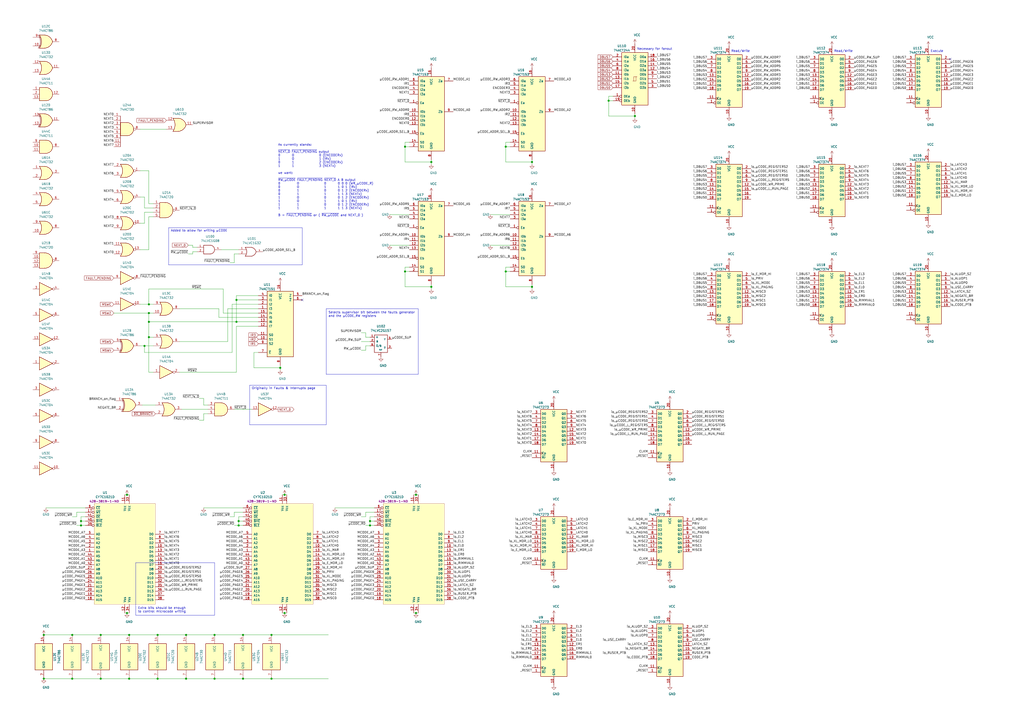
<source format=kicad_sch>
(kicad_sch (version 20200828) (generator eeschema)
  (page 2 2)
  (paper "A2")
  (junction (at 25.4 368.3) (diameter 1.016))
  (junction (at 25.4 393.7) (diameter 1.016))
  (junction (at 41.91 368.3) (diameter 1.016))
  (junction (at 41.91 393.7) (diameter 1.016))
  (junction (at 46.99 302.26) (diameter 1.016))
  (junction (at 46.99 304.8) (diameter 1.016))
  (junction (at 58.42 368.3) (diameter 1.016))
  (junction (at 58.42 393.7) (diameter 1.016))
  (junction (at 73.66 287.02) (diameter 1.016))
  (junction (at 73.66 355.6) (diameter 1.016))
  (junction (at 74.93 368.3) (diameter 1.016))
  (junction (at 74.93 393.7) (diameter 1.016))
  (junction (at 83.82 200.66) (diameter 1.016))
  (junction (at 86.36 176.53) (diameter 1.016))
  (junction (at 86.36 181.61) (diameter 1.016))
  (junction (at 86.36 186.69) (diameter 1.016))
  (junction (at 86.36 195.58) (diameter 1.016))
  (junction (at 91.44 368.3) (diameter 1.016))
  (junction (at 91.44 393.7) (diameter 1.016))
  (junction (at 107.95 368.3) (diameter 1.016))
  (junction (at 107.95 393.7) (diameter 1.016))
  (junction (at 124.46 368.3) (diameter 1.016))
  (junction (at 124.46 393.7) (diameter 1.016))
  (junction (at 137.16 173.99) (diameter 1.016))
  (junction (at 137.16 186.69) (diameter 1.016))
  (junction (at 138.43 302.26) (diameter 1.016))
  (junction (at 138.43 304.8) (diameter 1.016))
  (junction (at 140.97 368.3) (diameter 1.016))
  (junction (at 140.97 393.7) (diameter 1.016))
  (junction (at 157.48 368.3) (diameter 1.016))
  (junction (at 157.48 393.7) (diameter 1.016))
  (junction (at 162.56 213.36) (diameter 1.016))
  (junction (at 165.1 287.02) (diameter 1.016))
  (junction (at 165.1 355.6) (diameter 1.016))
  (junction (at 214.63 302.26) (diameter 1.016))
  (junction (at 214.63 304.8) (diameter 1.016))
  (junction (at 234.95 85.09) (diameter 1.016))
  (junction (at 234.95 157.48) (diameter 1.016))
  (junction (at 241.3 287.02) (diameter 1.016))
  (junction (at 241.3 355.6) (diameter 1.016))
  (junction (at 250.19 93.98) (diameter 1.016))
  (junction (at 250.19 166.37) (diameter 1.016))
  (junction (at 293.37 85.09) (diameter 1.016))
  (junction (at 293.37 157.48) (diameter 1.016))
  (junction (at 308.61 93.98) (diameter 1.016))
  (junction (at 308.61 166.37) (diameter 1.016))
  (junction (at 353.06 58.42) (diameter 1.016))
  (junction (at 368.3 67.31) (diameter 1.016))
  (no_connect (at 551.18 34.29))
  (no_connect (at 175.26 173.99))
  (wire (pts (xy 26.67 294.64) (xy 49.53 294.64)))
  (wire (pts (xy 41.91 299.72) (xy 44.45 299.72)))
  (wire (pts (xy 41.91 368.3) (xy 25.4 368.3)))
  (wire (pts (xy 41.91 393.7) (xy 25.4 393.7)))
  (wire (pts (xy 44.45 297.18) (xy 49.53 297.18)))
  (wire (pts (xy 44.45 299.72) (xy 44.45 297.18)))
  (wire (pts (xy 44.45 304.8) (xy 46.99 304.8)))
  (wire (pts (xy 46.99 299.72) (xy 46.99 302.26)))
  (wire (pts (xy 46.99 302.26) (xy 46.99 304.8)))
  (wire (pts (xy 46.99 302.26) (xy 49.53 302.26)))
  (wire (pts (xy 46.99 304.8) (xy 49.53 304.8)))
  (wire (pts (xy 49.53 299.72) (xy 46.99 299.72)))
  (wire (pts (xy 58.42 368.3) (xy 41.91 368.3)))
  (wire (pts (xy 58.42 368.3) (xy 74.93 368.3)))
  (wire (pts (xy 58.42 393.7) (xy 41.91 393.7)))
  (wire (pts (xy 58.42 393.7) (xy 74.93 393.7)))
  (wire (pts (xy 66.04 181.61) (xy 86.36 181.61)))
  (wire (pts (xy 72.39 287.02) (xy 73.66 287.02)))
  (wire (pts (xy 72.39 355.6) (xy 73.66 355.6)))
  (wire (pts (xy 73.66 287.02) (xy 74.93 287.02)))
  (wire (pts (xy 73.66 355.6) (xy 74.93 355.6)))
  (wire (pts (xy 74.93 368.3) (xy 91.44 368.3)))
  (wire (pts (xy 74.93 393.7) (xy 91.44 393.7)))
  (wire (pts (xy 81.28 74.93) (xy 96.52 74.93)))
  (wire (pts (xy 81.28 99.06) (xy 86.36 99.06)))
  (wire (pts (xy 81.28 114.3) (xy 83.82 114.3)))
  (wire (pts (xy 81.28 129.54) (xy 83.82 129.54)))
  (wire (pts (xy 81.28 176.53) (xy 86.36 176.53)))
  (wire (pts (xy 81.28 200.66) (xy 83.82 200.66)))
  (wire (pts (xy 82.55 234.95) (xy 90.17 234.95)))
  (wire (pts (xy 83.82 114.3) (xy 83.82 120.65)))
  (wire (pts (xy 83.82 120.65) (xy 88.9 120.65)))
  (wire (pts (xy 83.82 123.19) (xy 88.9 123.19)))
  (wire (pts (xy 83.82 129.54) (xy 83.82 123.19)))
  (wire (pts (xy 83.82 200.66) (xy 83.82 204.47)))
  (wire (pts (xy 83.82 200.66) (xy 88.9 200.66)))
  (wire (pts (xy 83.82 204.47) (xy 134.62 204.47)))
  (wire (pts (xy 86.36 99.06) (xy 86.36 118.11)))
  (wire (pts (xy 86.36 118.11) (xy 88.9 118.11)))
  (wire (pts (xy 86.36 125.73) (xy 86.36 144.78)))
  (wire (pts (xy 86.36 144.78) (xy 81.28 144.78)))
  (wire (pts (xy 86.36 167.64) (xy 129.54 167.64)))
  (wire (pts (xy 86.36 176.53) (xy 86.36 167.64)))
  (wire (pts (xy 86.36 176.53) (xy 88.9 176.53)))
  (wire (pts (xy 86.36 181.61) (xy 86.36 186.69)))
  (wire (pts (xy 86.36 181.61) (xy 88.9 181.61)))
  (wire (pts (xy 86.36 186.69) (xy 86.36 195.58)))
  (wire (pts (xy 86.36 186.69) (xy 137.16 186.69)))
  (wire (pts (xy 86.36 195.58) (xy 86.36 215.9)))
  (wire (pts (xy 86.36 215.9) (xy 88.9 215.9)))
  (wire (pts (xy 88.9 125.73) (xy 86.36 125.73)))
  (wire (pts (xy 88.9 195.58) (xy 86.36 195.58)))
  (wire (pts (xy 91.44 368.3) (xy 107.95 368.3)))
  (wire (pts (xy 91.44 393.7) (xy 107.95 393.7)))
  (wire (pts (xy 104.14 179.07) (xy 127 179.07)))
  (wire (pts (xy 104.14 198.12) (xy 132.08 198.12)))
  (wire (pts (xy 104.14 215.9) (xy 137.16 215.9)))
  (wire (pts (xy 105.41 237.49) (xy 120.65 237.49)))
  (wire (pts (xy 107.95 368.3) (xy 124.46 368.3)))
  (wire (pts (xy 107.95 393.7) (xy 124.46 393.7)))
  (wire (pts (xy 109.22 142.24) (xy 111.76 142.24)))
  (wire (pts (xy 109.22 147.32) (xy 111.76 147.32)))
  (wire (pts (xy 111.76 142.24) (xy 111.76 143.51)))
  (wire (pts (xy 111.76 143.51) (xy 114.3 143.51)))
  (wire (pts (xy 111.76 146.05) (xy 114.3 146.05)))
  (wire (pts (xy 111.76 147.32) (xy 111.76 146.05)))
  (wire (pts (xy 115.57 231.14) (xy 118.11 231.14)))
  (wire (pts (xy 115.57 243.84) (xy 118.11 243.84)))
  (wire (pts (xy 118.11 234.95) (xy 118.11 231.14)))
  (wire (pts (xy 118.11 234.95) (xy 120.65 234.95)))
  (wire (pts (xy 118.11 240.03) (xy 120.65 240.03)))
  (wire (pts (xy 118.11 243.84) (xy 118.11 240.03)))
  (wire (pts (xy 118.11 294.64) (xy 140.97 294.64)))
  (wire (pts (xy 124.46 368.3) (xy 140.97 368.3)))
  (wire (pts (xy 124.46 393.7) (xy 140.97 393.7)))
  (wire (pts (xy 127 179.07) (xy 127 184.15)))
  (wire (pts (xy 127 184.15) (xy 149.86 184.15)))
  (wire (pts (xy 128.27 144.78) (xy 138.43 144.78)))
  (wire (pts (xy 129.54 167.64) (xy 129.54 181.61)))
  (wire (pts (xy 129.54 181.61) (xy 149.86 181.61)))
  (wire (pts (xy 132.08 179.07) (xy 149.86 179.07)))
  (wire (pts (xy 132.08 198.12) (xy 132.08 179.07)))
  (wire (pts (xy 133.35 152.4) (xy 135.89 152.4)))
  (wire (pts (xy 133.35 299.72) (xy 135.89 299.72)))
  (wire (pts (xy 134.62 176.53) (xy 149.86 176.53)))
  (wire (pts (xy 134.62 204.47) (xy 134.62 176.53)))
  (wire (pts (xy 135.89 147.32) (xy 135.89 152.4)))
  (wire (pts (xy 135.89 237.49) (xy 146.05 237.49)))
  (wire (pts (xy 135.89 297.18) (xy 140.97 297.18)))
  (wire (pts (xy 135.89 299.72) (xy 135.89 297.18)))
  (wire (pts (xy 135.89 304.8) (xy 138.43 304.8)))
  (wire (pts (xy 137.16 171.45) (xy 137.16 173.99)))
  (wire (pts (xy 137.16 173.99) (xy 137.16 186.69)))
  (wire (pts (xy 137.16 173.99) (xy 149.86 173.99)))
  (wire (pts (xy 137.16 186.69) (xy 149.86 186.69)))
  (wire (pts (xy 137.16 189.23) (xy 149.86 189.23)))
  (wire (pts (xy 137.16 215.9) (xy 137.16 189.23)))
  (wire (pts (xy 138.43 147.32) (xy 135.89 147.32)))
  (wire (pts (xy 138.43 299.72) (xy 138.43 302.26)))
  (wire (pts (xy 138.43 302.26) (xy 138.43 304.8)))
  (wire (pts (xy 138.43 302.26) (xy 140.97 302.26)))
  (wire (pts (xy 138.43 304.8) (xy 140.97 304.8)))
  (wire (pts (xy 140.97 299.72) (xy 138.43 299.72)))
  (wire (pts (xy 140.97 368.3) (xy 157.48 368.3)))
  (wire (pts (xy 140.97 393.7) (xy 157.48 393.7)))
  (wire (pts (xy 147.32 204.47) (xy 147.32 213.36)))
  (wire (pts (xy 147.32 213.36) (xy 162.56 213.36)))
  (wire (pts (xy 149.86 171.45) (xy 137.16 171.45)))
  (wire (pts (xy 149.86 204.47) (xy 147.32 204.47)))
  (wire (pts (xy 157.48 368.3) (xy 190.5 368.3)))
  (wire (pts (xy 157.48 393.7) (xy 190.5 393.7)))
  (wire (pts (xy 162.56 212.09) (xy 162.56 213.36)))
  (wire (pts (xy 162.56 213.36) (xy 162.56 214.63)))
  (wire (pts (xy 163.83 287.02) (xy 165.1 287.02)))
  (wire (pts (xy 163.83 355.6) (xy 165.1 355.6)))
  (wire (pts (xy 165.1 287.02) (xy 166.37 287.02)))
  (wire (pts (xy 165.1 355.6) (xy 166.37 355.6)))
  (wire (pts (xy 194.31 294.64) (xy 217.17 294.64)))
  (wire (pts (xy 209.55 193.04) (xy 212.09 193.04)))
  (wire (pts (xy 209.55 198.12) (xy 214.63 198.12)))
  (wire (pts (xy 209.55 203.2) (xy 212.09 203.2)))
  (wire (pts (xy 209.55 299.72) (xy 212.09 299.72)))
  (wire (pts (xy 212.09 193.04) (xy 212.09 195.58)))
  (wire (pts (xy 212.09 195.58) (xy 214.63 195.58)))
  (wire (pts (xy 212.09 200.66) (xy 214.63 200.66)))
  (wire (pts (xy 212.09 203.2) (xy 212.09 200.66)))
  (wire (pts (xy 212.09 297.18) (xy 217.17 297.18)))
  (wire (pts (xy 212.09 299.72) (xy 212.09 297.18)))
  (wire (pts (xy 212.09 304.8) (xy 214.63 304.8)))
  (wire (pts (xy 214.63 299.72) (xy 214.63 302.26)))
  (wire (pts (xy 214.63 302.26) (xy 214.63 304.8)))
  (wire (pts (xy 214.63 302.26) (xy 217.17 302.26)))
  (wire (pts (xy 214.63 304.8) (xy 217.17 304.8)))
  (wire (pts (xy 217.17 299.72) (xy 214.63 299.72)))
  (wire (pts (xy 226.06 124.46) (xy 237.49 124.46)))
  (wire (pts (xy 226.06 142.24) (xy 237.49 142.24)))
  (wire (pts (xy 234.95 82.55) (xy 234.95 85.09)))
  (wire (pts (xy 234.95 85.09) (xy 234.95 93.98)))
  (wire (pts (xy 234.95 85.09) (xy 237.49 85.09)))
  (wire (pts (xy 234.95 93.98) (xy 250.19 93.98)))
  (wire (pts (xy 234.95 154.94) (xy 234.95 157.48)))
  (wire (pts (xy 234.95 157.48) (xy 234.95 166.37)))
  (wire (pts (xy 234.95 157.48) (xy 237.49 157.48)))
  (wire (pts (xy 234.95 166.37) (xy 250.19 166.37)))
  (wire (pts (xy 237.49 82.55) (xy 234.95 82.55)))
  (wire (pts (xy 237.49 154.94) (xy 234.95 154.94)))
  (wire (pts (xy 240.03 287.02) (xy 241.3 287.02)))
  (wire (pts (xy 240.03 355.6) (xy 241.3 355.6)))
  (wire (pts (xy 241.3 287.02) (xy 242.57 287.02)))
  (wire (pts (xy 241.3 355.6) (xy 242.57 355.6)))
  (wire (pts (xy 250.19 93.98) (xy 250.19 92.71)))
  (wire (pts (xy 250.19 95.25) (xy 250.19 93.98)))
  (wire (pts (xy 250.19 166.37) (xy 250.19 165.1)))
  (wire (pts (xy 250.19 167.64) (xy 250.19 166.37)))
  (wire (pts (xy 284.48 124.46) (xy 295.91 124.46)))
  (wire (pts (xy 284.48 142.24) (xy 295.91 142.24)))
  (wire (pts (xy 293.37 82.55) (xy 293.37 85.09)))
  (wire (pts (xy 293.37 85.09) (xy 293.37 93.98)))
  (wire (pts (xy 293.37 85.09) (xy 295.91 85.09)))
  (wire (pts (xy 293.37 93.98) (xy 308.61 93.98)))
  (wire (pts (xy 293.37 154.94) (xy 293.37 157.48)))
  (wire (pts (xy 293.37 157.48) (xy 293.37 166.37)))
  (wire (pts (xy 293.37 157.48) (xy 295.91 157.48)))
  (wire (pts (xy 293.37 166.37) (xy 308.61 166.37)))
  (wire (pts (xy 295.91 82.55) (xy 293.37 82.55)))
  (wire (pts (xy 295.91 154.94) (xy 293.37 154.94)))
  (wire (pts (xy 308.61 93.98) (xy 308.61 92.71)))
  (wire (pts (xy 308.61 95.25) (xy 308.61 93.98)))
  (wire (pts (xy 308.61 166.37) (xy 308.61 165.1)))
  (wire (pts (xy 308.61 167.64) (xy 308.61 166.37)))
  (wire (pts (xy 353.06 55.88) (xy 355.6 55.88)))
  (wire (pts (xy 353.06 58.42) (xy 353.06 55.88)))
  (wire (pts (xy 353.06 58.42) (xy 355.6 58.42)))
  (wire (pts (xy 353.06 67.31) (xy 353.06 58.42)))
  (wire (pts (xy 368.3 67.31) (xy 353.06 67.31)))
  (wire (pts (xy 368.3 67.31) (xy 368.3 66.04)))
  (wire (pts (xy 368.3 68.58) (xy 368.3 67.31)))
  (polyline (pts (xy 78.74 326.39) (xy 78.74 356.87)) (stroke (width 0) (type solid)))
  (polyline (pts (xy 78.74 326.39) (xy 124.46 326.39)) (stroke (width 0) (type solid)))
  (polyline (pts (xy 97.79 132.08) (xy 97.79 153.67)) (stroke (width 0) (type solid)))
  (polyline (pts (xy 97.79 132.08) (xy 175.26 132.08)) (stroke (width 0) (type solid)))
  (polyline (pts (xy 124.46 326.39) (xy 124.46 356.87)) (stroke (width 0) (type solid)))
  (polyline (pts (xy 124.46 356.87) (xy 78.74 356.87)) (stroke (width 0) (type solid)))
  (polyline (pts (xy 144.78 223.52) (xy 144.78 246.38)) (stroke (width 0) (type solid)))
  (polyline (pts (xy 144.78 223.52) (xy 189.23 223.52)) (stroke (width 0) (type solid)))
  (polyline (pts (xy 175.26 132.08) (xy 175.26 153.67)) (stroke (width 0) (type solid)))
  (polyline (pts (xy 175.26 153.67) (xy 97.79 153.67)) (stroke (width 0) (type solid)))
  (polyline (pts (xy 189.23 179.07) (xy 189.23 217.17)) (stroke (width 0) (type solid)))
  (polyline (pts (xy 189.23 179.07) (xy 242.57 179.07)) (stroke (width 0) (type solid)))
  (polyline (pts (xy 189.23 223.52) (xy 189.23 246.38)) (stroke (width 0) (type solid)))
  (polyline (pts (xy 189.23 246.38) (xy 144.78 246.38)) (stroke (width 0) (type solid)))
  (polyline (pts (xy 242.57 179.07) (xy 242.57 217.17)) (stroke (width 0) (type solid)))
  (polyline (pts (xy 242.57 217.17) (xy 189.23 217.17)) (stroke (width 0) (type solid)))
  (text "Extra bits should be enough\nto control microcode writing" (at 80.01 355.6 0) (effects (font (size 1.27 1.27)) (justify left bottom)))
  (text "Added to allow for writing µCODE" (at 99.06 134.62 0) (effects (font (size 1.27 1.27)) (justify left bottom)))
  (text "Originally in Faults & Interrupts page" (at 146.05 226.06 0) (effects (font (size 1.27 1.27)) (justify left bottom)))
  (text "As currently stands:\n\n~NEXT_0~ ~FAULT_PENDING~ output\n0       0               0 (ENCODERx)\n1       0               1 (IRx)\n0       1               2 (ENCODERx)\n1       1               3 (NEXTx)\n\nwe want:\n\n~RW_µCODE~ ~FAULT_PENDING~ ~NEXT_0~ A B output\n0          0               0       0 0 0 (WR_µCODE_R)\n0          0               1       1 0 1 (IRx)\n0          1               0       0 1 2 (ENCODERx)\n0          1               1       1 1 3 (NEXTx)\n1          0               0       0 1 2 (ENCODERx)    \n1          0               1       1 0 1 (IRx)\n1          1               0       0 1 2 (ENCODERx)\n1          1               1       1 1 3 (NEXTx)\n\nB = ~FAULT_PENDING~ or ( ~RW_µCODE~ and NEXT_0 )" (at 161.29 125.73 0) (effects (font (size 1.27 1.27)) (justify left bottom)))
  (text "Selects supervisor bit between the faults generator\nand the µCODE_RW registers" (at 190.5 184.15 0) (effects (font (size 1.27 1.27)) (justify left bottom)))
  (text "Necessary for fanout" (at 369.57 29.21 0) (effects (font (size 1.27 1.27)) (justify left bottom)))
  (text "Read/Write" (at 424.18 30.48 0) (effects (font (size 1.27 1.27)) (justify left bottom)))
  (text "Read/Write" (at 483.87 30.48 0) (effects (font (size 1.27 1.27)) (justify left bottom)))
  (text "Execute" (at 539.75 30.48 0) (effects (font (size 1.27 1.27)) (justify left bottom)))
  (label "~µCODE_WR~" (at 41.91 299.72 180))
  (label "~µCODE_RD~" (at 44.45 304.8 180))
  (label "MCODE_A7" (at 49.53 309.88 180))
  (label "MCODE_A6" (at 49.53 312.42 180))
  (label "MCODE_A5" (at 49.53 314.96 180))
  (label "MCODE_A4" (at 49.53 317.5 180))
  (label "MCODE_A3" (at 49.53 320.04 180))
  (label "MCODE_A2" (at 49.53 322.58 180))
  (label "MCODE_A1" (at 49.53 325.12 180))
  (label "MCODE_A0" (at 49.53 327.66 180))
  (label "µCODE_SUP" (at 49.53 330.2 180))
  (label "µCODE_PAGE6" (at 49.53 332.74 180))
  (label "µCODE_PAGE5" (at 49.53 335.28 180))
  (label "µCODE_PAGE4" (at 49.53 337.82 180))
  (label "µCODE_PAGE3" (at 49.53 340.36 180))
  (label "µCODE_PAGE2" (at 49.53 342.9 180))
  (label "µCODE_PAGE1" (at 49.53 345.44 180))
  (label "µCODE_PAGE0" (at 49.53 347.98 180))
  (label "NEXT0" (at 66.04 67.31 180))
  (label "NEXT1" (at 66.04 69.85 180))
  (label "NEXT2" (at 66.04 72.39 180))
  (label "NEXT3" (at 66.04 74.93 180))
  (label "NEXT4" (at 66.04 77.47 180))
  (label "NEXT5" (at 66.04 80.01 180))
  (label "NEXT6" (at 66.04 82.55 180))
  (label "NEXT7" (at 66.04 85.09 180))
  (label "NEXT7" (at 66.04 96.52 180))
  (label "NEXT6" (at 66.04 101.6 180))
  (label "NEXT5" (at 66.04 111.76 180))
  (label "NEXT4" (at 66.04 116.84 180))
  (label "NEXT3" (at 66.04 127 180))
  (label "NEXT2" (at 66.04 132.08 180))
  (label "NEXT1" (at 66.04 142.24 180))
  (label "NEXT0" (at 66.04 147.32 180))
  (label "BRANCH_on_flag" (at 67.31 232.41 180))
  (label "NEGATE_BR" (at 67.31 237.49 180))
  (label "~FAULT_PENDING~" (at 81.28 161.29 0))
  (label "io_NEXT7" (at 95.25 309.88 0))
  (label "io_NEXT6" (at 95.25 312.42 0))
  (label "io_NEXT5" (at 95.25 314.96 0))
  (label "io_NEXT4" (at 95.25 317.5 0))
  (label "io_NEXT3" (at 95.25 320.04 0))
  (label "io_NEXT2" (at 95.25 322.58 0))
  (label "io_NEXT1" (at 95.25 325.12 0))
  (label "io_NEXT0" (at 95.25 327.66 0))
  (label "io_µCODE_REGISTERS2" (at 95.25 330.2 0))
  (label "io_µCODE_REGISTERS1" (at 95.25 332.74 0))
  (label "io_µCODE_REGISTERS0" (at 95.25 335.28 0))
  (label "io_µCODE_L_REGISTERS" (at 95.25 337.82 0))
  (label "io_µCODE_WR_PRIME" (at 95.25 340.36 0))
  (label "io_µCODE_L_RUN_PAGE" (at 95.25 342.9 0))
  (label "~NEXT_is_0~" (at 104.14 121.92 0))
  (label "~RW_µCODE~" (at 109.22 147.32 180))
  (label "SUPERVISOR" (at 111.76 72.39 0))
  (label "~MSWZ~" (at 114.3 215.9 180))
  (label "~NEXT_is_0~" (at 115.57 231.14 180))
  (label "~FAULT_PENDING~" (at 115.57 243.84 180))
  (label "~MSWC~" (at 116.84 167.64 180))
  (label "~FAULT_PENDING~" (at 133.35 152.4 180))
  (label "~µCODE_WR~" (at 133.35 299.72 180))
  (label "~NEXT_0~" (at 135.89 237.49 0))
  (label "~µCODE_RD~" (at 135.89 304.8 180))
  (label "MCODE_A7" (at 140.97 309.88 180))
  (label "MCODE_A6" (at 140.97 312.42 180))
  (label "MCODE_A5" (at 140.97 314.96 180))
  (label "MCODE_A4" (at 140.97 317.5 180))
  (label "MCODE_A3" (at 140.97 320.04 180))
  (label "MCODE_A2" (at 140.97 322.58 180))
  (label "MCODE_A1" (at 140.97 325.12 180))
  (label "MCODE_A0" (at 140.97 327.66 180))
  (label "µCODE_SUP" (at 140.97 330.2 180))
  (label "µCODE_PAGE6" (at 140.97 332.74 180))
  (label "µCODE_PAGE5" (at 140.97 335.28 180))
  (label "µCODE_PAGE4" (at 140.97 337.82 180))
  (label "µCODE_PAGE3" (at 140.97 340.36 180))
  (label "µCODE_PAGE2" (at 140.97 342.9 180))
  (label "µCODE_PAGE1" (at 140.97 345.44 180))
  (label "µCODE_PAGE0" (at 140.97 347.98 180))
  (label "µCODE_ADDR_SEL_B" (at 152.4 146.05 0))
  (label "BRANCH_on_flag" (at 175.26 171.45 0))
  (label "io_LATCH3" (at 186.69 309.88 0))
  (label "io_LATCH2" (at 186.69 312.42 0))
  (label "io_LATCH1" (at 186.69 314.96 0))
  (label "io_LATCH0" (at 186.69 317.5 0))
  (label "io_XL_MAR" (at 186.69 320.04 0))
  (label "io_XL_MDR_LO" (at 186.69 322.58 0))
  (label "io_XL_MDR_HI" (at 186.69 325.12 0))
  (label "io_E_MDR_LO" (at 186.69 327.66 0))
  (label "io_E_MDR_HI" (at 186.69 330.2 0))
  (label "io_PRIV" (at 186.69 332.74 0))
  (label "io_XL_MODE" (at 186.69 335.28 0))
  (label "io_XL_PAGING" (at 186.69 337.82 0))
  (label "io_MISC3" (at 186.69 340.36 0))
  (label "io_MISC2" (at 186.69 342.9 0))
  (label "io_MISC1" (at 186.69 345.44 0))
  (label "io_MISC0" (at 186.69 347.98 0))
  (label "SUPERVISOR" (at 209.55 193.04 180))
  (label "µCODE_RW_SUP" (at 209.55 198.12 180))
  (label "RW_µCODE" (at 209.55 203.2 180))
  (label "~µCODE_WR~" (at 209.55 299.72 180))
  (label "~µCODE_RD~" (at 212.09 304.8 180))
  (label "MCODE_A7" (at 217.17 309.88 180))
  (label "MCODE_A6" (at 217.17 312.42 180))
  (label "MCODE_A5" (at 217.17 314.96 180))
  (label "MCODE_A4" (at 217.17 317.5 180))
  (label "MCODE_A3" (at 217.17 320.04 180))
  (label "MCODE_A2" (at 217.17 322.58 180))
  (label "MCODE_A1" (at 217.17 325.12 180))
  (label "MCODE_A0" (at 217.17 327.66 180))
  (label "µCODE_SUP" (at 217.17 330.2 180))
  (label "µCODE_PAGE6" (at 217.17 332.74 180))
  (label "µCODE_PAGE5" (at 217.17 335.28 180))
  (label "µCODE_PAGE4" (at 217.17 337.82 180))
  (label "µCODE_PAGE3" (at 217.17 340.36 180))
  (label "µCODE_PAGE2" (at 217.17 342.9 180))
  (label "µCODE_PAGE1" (at 217.17 345.44 180))
  (label "µCODE_PAGE0" (at 217.17 347.98 180))
  (label "µCODE_SUP" (at 227.33 196.85 0))
  (label "µCODE_RW_ADDR1" (at 237.49 46.99 180))
  (label "IR1" (at 237.49 49.53 180))
  (label "ENCODER1" (at 237.49 52.07 180))
  (label "NEXT1" (at 237.49 54.61 180))
  (label "~NEXT_0~" (at 237.49 59.69 180))
  (label "µCODE_RW_ADDR0" (at 237.49 64.77 180))
  (label "IR0" (at 237.49 67.31 180))
  (label "ENCODER0" (at 237.49 69.85 180))
  (label "NEXT0" (at 237.49 72.39 180))
  (label "µCODE_ADDR_SEL_B" (at 237.49 77.47 180))
  (label "µCODE_RW_ADDR5" (at 237.49 119.38 180))
  (label "IR5" (at 237.49 121.92 180))
  (label "NEXT5" (at 237.49 127 180))
  (label "~NEXT_0~" (at 237.49 132.08 180))
  (label "µCODE_RW_ADDR4" (at 237.49 137.16 180))
  (label "IR4" (at 237.49 139.7 180))
  (label "NEXT4" (at 237.49 144.78 180))
  (label "µCODE_ADDR_SEL_B" (at 237.49 149.86 180))
  (label "MCODE_A1" (at 262.89 46.99 0))
  (label "MCODE_A0" (at 262.89 64.77 0))
  (label "MCODE_A5" (at 262.89 119.38 0))
  (label "MCODE_A4" (at 262.89 137.16 0))
  (label "io_EL3" (at 262.89 309.88 0))
  (label "io_EL2" (at 262.89 312.42 0))
  (label "io_EL1" (at 262.89 314.96 0))
  (label "io_EL0" (at 262.89 317.5 0))
  (label "io_ER1" (at 262.89 320.04 0))
  (label "io_ER0" (at 262.89 322.58 0))
  (label "io_RIMMVAL1" (at 262.89 325.12 0))
  (label "io_RIMMVAL0" (at 262.89 327.66 0))
  (label "io_ALUOP_SZ" (at 262.89 330.2 0))
  (label "io_ALUOP1" (at 262.89 332.74 0))
  (label "io_ALUOP0" (at 262.89 335.28 0))
  (label "io_USE_CARRY" (at 262.89 337.82 0))
  (label "io_LATCH_SZ" (at 262.89 340.36 0))
  (label "io_NEGATE_BR" (at 262.89 342.9 0))
  (label "io_RUSER_PTB" (at 262.89 345.44 0))
  (label "io_CODE_PTB" (at 262.89 347.98 0))
  (label "µCODE_RW_ADDR3" (at 295.91 46.99 180))
  (label "IR3" (at 295.91 49.53 180))
  (label "ENCODER3" (at 295.91 52.07 180))
  (label "NEXT3" (at 295.91 54.61 180))
  (label "~NEXT_0~" (at 295.91 59.69 180))
  (label "µCODE_RW_ADDR2" (at 295.91 64.77 180))
  (label "IR2" (at 295.91 67.31 180))
  (label "NEXT2" (at 295.91 72.39 180))
  (label "µCODE_ADDR_SEL_B" (at 295.91 77.47 180))
  (label "µCODE_RW_ADDR7" (at 295.91 119.38 180))
  (label "IR7" (at 295.91 121.92 180))
  (label "NEXT7" (at 295.91 127 180))
  (label "~NEXT_0~" (at 295.91 132.08 180))
  (label "µCODE_RW_ADDR6" (at 295.91 137.16 180))
  (label "IR6" (at 295.91 139.7 180))
  (label "NEXT6" (at 295.91 144.78 180))
  (label "µCODE_ADDR_SEL_B" (at 295.91 149.86 180))
  (label "io_NEXT7" (at 308.61 240.03 180))
  (label "io_NEXT6" (at 308.61 242.57 180))
  (label "io_NEXT5" (at 308.61 245.11 180))
  (label "io_NEXT4" (at 308.61 247.65 180))
  (label "io_NEXT3" (at 308.61 250.19 180))
  (label "io_NEXT2" (at 308.61 252.73 180))
  (label "io_NEXT1" (at 308.61 255.27 180))
  (label "io_NEXT0" (at 308.61 257.81 180))
  (label "CLKM" (at 308.61 262.89 180))
  (label "_RESET" (at 308.61 265.43 180))
  (label "io_LATCH3" (at 308.61 302.26 180))
  (label "io_LATCH2" (at 308.61 304.8 180))
  (label "io_LATCH1" (at 308.61 307.34 180))
  (label "io_LATCH0" (at 308.61 309.88 180))
  (label "io_XL_MAR" (at 308.61 312.42 180))
  (label "io_XL_MDR_LO" (at 308.61 314.96 180))
  (label "io_XL_MDR_HI" (at 308.61 317.5 180))
  (label "io_E_MDR_LO" (at 308.61 320.04 180))
  (label "CLKM" (at 308.61 325.12 180))
  (label "_RESET" (at 308.61 327.66 180))
  (label "io_EL3" (at 308.61 364.49 180))
  (label "io_EL2" (at 308.61 367.03 180))
  (label "io_EL1" (at 308.61 369.57 180))
  (label "io_EL0" (at 308.61 372.11 180))
  (label "io_ER1" (at 308.61 374.65 180))
  (label "io_ER0" (at 308.61 377.19 180))
  (label "io_RIMMVAL1" (at 308.61 379.73 180))
  (label "io_RIMMVAL0" (at 308.61 382.27 180))
  (label "CLKM" (at 308.61 387.35 180))
  (label "_RESET" (at 308.61 389.89 180))
  (label "MCODE_A3" (at 321.31 46.99 0))
  (label "MCODE_A2" (at 321.31 64.77 0))
  (label "MCODE_A7" (at 321.31 119.38 0))
  (label "MCODE_A6" (at 321.31 137.16 0))
  (label "NEXT7" (at 334.01 240.03 0))
  (label "NEXT6" (at 334.01 242.57 0))
  (label "NEXT5" (at 334.01 245.11 0))
  (label "NEXT4" (at 334.01 247.65 0))
  (label "NEXT3" (at 334.01 250.19 0))
  (label "NEXT2" (at 334.01 252.73 0))
  (label "NEXT1" (at 334.01 255.27 0))
  (label "NEXT0" (at 334.01 257.81 0))
  (label "LATCH3" (at 334.01 302.26 0))
  (label "LATCH2" (at 334.01 304.8 0))
  (label "LATCH1" (at 334.01 307.34 0))
  (label "LATCH0" (at 334.01 309.88 0))
  (label "XL_MAR" (at 334.01 312.42 0))
  (label "XL_MDR_LO" (at 334.01 314.96 0))
  (label "XL_MDR_HI" (at 334.01 317.5 0))
  (label "E_MDR_LO" (at 334.01 320.04 0))
  (label "EL3" (at 334.01 364.49 0))
  (label "EL2" (at 334.01 367.03 0))
  (label "EL1" (at 334.01 369.57 0))
  (label "EL0" (at 334.01 372.11 0))
  (label "ER1" (at 334.01 374.65 0))
  (label "ER0" (at 334.01 377.19 0))
  (label "RIMMVAL1" (at 334.01 379.73 0))
  (label "RIMMVAL0" (at 334.01 382.27 0))
  (label "io_USE_CARRY" (at 363.22 372.11 180))
  (label "io_RUSER_PTB" (at 363.22 379.73 180))
  (label "io_µCODE_REGISTERS2" (at 375.92 240.03 180))
  (label "io_µCODE_REGISTERS1" (at 375.92 242.57 180))
  (label "io_µCODE_REGISTERS0" (at 375.92 245.11 180))
  (label "io_µCODE_L_REGISTERS" (at 375.92 247.65 180))
  (label "io_µCODE_WR_PRIME" (at 375.92 250.19 180))
  (label "io_µCODE_L_RUN_PAGE" (at 375.92 252.73 180))
  (label "CLKM" (at 375.92 262.89 180))
  (label "_RESET" (at 375.92 265.43 180))
  (label "io_E_MDR_HI" (at 375.92 302.26 180))
  (label "io_PRIV" (at 375.92 304.8 180))
  (label "io_XL_MODE" (at 375.92 307.34 180))
  (label "io_XL_PAGING" (at 375.92 309.88 180))
  (label "io_MISC3" (at 375.92 312.42 180))
  (label "io_MISC2" (at 375.92 314.96 180))
  (label "io_MISC1" (at 375.92 317.5 180))
  (label "io_MISC0" (at 375.92 320.04 180))
  (label "CLKM" (at 375.92 325.12 180))
  (label "_RESET" (at 375.92 327.66 180))
  (label "io_ALUOP_SZ" (at 375.92 364.49 180))
  (label "io_ALUOP1" (at 375.92 367.03 180))
  (label "io_ALUOP0" (at 375.92 369.57 180))
  (label "io_LATCH_SZ" (at 375.92 374.65 180))
  (label "io_NEGATE_BR" (at 375.92 377.19 180))
  (label "io_CODE_PTB" (at 375.92 382.27 180))
  (label "CLKM" (at 375.92 387.35 180))
  (label "_RESET" (at 375.92 389.89 180))
  (label "i_DBUS7" (at 381 33.02 0))
  (label "i_DBUS6" (at 381 35.56 0))
  (label "i_DBUS5" (at 381 38.1 0))
  (label "i_DBUS4" (at 381 40.64 0))
  (label "i_DBUS3" (at 381 43.18 0))
  (label "i_DBUS2" (at 381 45.72 0))
  (label "i_DBUS1" (at 381 48.26 0))
  (label "i_DBUS0" (at 381 50.8 0))
  (label "µCODE_REGISTERS2" (at 401.32 240.03 0))
  (label "µCODE_REGISTERS1" (at 401.32 242.57 0))
  (label "µCODE_REGISTERS0" (at 401.32 245.11 0))
  (label "µCODE_L_REGISTERS" (at 401.32 247.65 0))
  (label "µCODE_WR_PRIME" (at 401.32 250.19 0))
  (label "µCODE_L_RUN_PAGE" (at 401.32 252.73 0))
  (label "E_MDR_HI" (at 401.32 302.26 0))
  (label "PRIV" (at 401.32 304.8 0))
  (label "XL_MODE" (at 401.32 307.34 0))
  (label "XL_PAGING" (at 401.32 309.88 0))
  (label "MISC3" (at 401.32 312.42 0))
  (label "MISC2" (at 401.32 314.96 0))
  (label "MISC1" (at 401.32 317.5 0))
  (label "MISC0" (at 401.32 320.04 0))
  (label "ALUOP_SZ" (at 401.32 364.49 0))
  (label "ALUOP1" (at 401.32 367.03 0))
  (label "ALUOP0" (at 401.32 369.57 0))
  (label "USE_CARRY" (at 401.32 372.11 0))
  (label "LATCH_SZ" (at 401.32 374.65 0))
  (label "NEGATE_BR" (at 401.32 377.19 0))
  (label "RUSER_PTB" (at 401.32 379.73 0))
  (label "CODE_PTB" (at 401.32 382.27 0))
  (label "i_DBUS7" (at 410.21 34.29 180))
  (label "i_DBUS6" (at 410.21 36.83 180))
  (label "i_DBUS5" (at 410.21 39.37 180))
  (label "i_DBUS4" (at 410.21 41.91 180))
  (label "i_DBUS3" (at 410.21 44.45 180))
  (label "i_DBUS2" (at 410.21 46.99 180))
  (label "i_DBUS1" (at 410.21 49.53 180))
  (label "i_DBUS0" (at 410.21 52.07 180))
  (label "i_DBUS7" (at 410.21 97.79 180))
  (label "i_DBUS6" (at 410.21 100.33 180))
  (label "i_DBUS5" (at 410.21 102.87 180))
  (label "i_DBUS4" (at 410.21 105.41 180))
  (label "i_DBUS3" (at 410.21 107.95 180))
  (label "i_DBUS2" (at 410.21 110.49 180))
  (label "i_DBUS1" (at 410.21 113.03 180))
  (label "i_DBUS0" (at 410.21 115.57 180))
  (label "i_DBUS7" (at 410.21 160.02 180))
  (label "i_DBUS6" (at 410.21 162.56 180))
  (label "i_DBUS5" (at 410.21 165.1 180))
  (label "i_DBUS4" (at 410.21 167.64 180))
  (label "i_DBUS3" (at 410.21 170.18 180))
  (label "i_DBUS2" (at 410.21 172.72 180))
  (label "i_DBUS1" (at 410.21 175.26 180))
  (label "i_DBUS0" (at 410.21 177.8 180))
  (label "µCODE_RW_ADDR7" (at 435.61 34.29 0))
  (label "µCODE_RW_ADDR6" (at 435.61 36.83 0))
  (label "µCODE_RW_ADDR5" (at 435.61 39.37 0))
  (label "µCODE_RW_ADDR4" (at 435.61 41.91 0))
  (label "µCODE_RW_ADDR3" (at 435.61 44.45 0))
  (label "µCODE_RW_ADDR2" (at 435.61 46.99 0))
  (label "µCODE_RW_ADDR1" (at 435.61 49.53 0))
  (label "µCODE_RW_ADDR0" (at 435.61 52.07 0))
  (label "io_µCODE_REGISTERS2" (at 435.61 97.79 0))
  (label "io_µCODE_REGISTERS1" (at 435.61 100.33 0))
  (label "io_µCODE_REGISTERS0" (at 435.61 102.87 0))
  (label "io_µCODE_L_REGISTERS" (at 435.61 105.41 0))
  (label "io_µCODE_WR_PRIME" (at 435.61 107.95 0))
  (label "io_µCODE_L_RUN_PAGE" (at 435.61 110.49 0))
  (label "io_E_MDR_HI" (at 435.61 160.02 0))
  (label "io_PRIV" (at 435.61 162.56 0))
  (label "io_XL_MODE" (at 435.61 165.1 0))
  (label "io_XL_PAGING" (at 435.61 167.64 0))
  (label "io_MISC3" (at 435.61 170.18 0))
  (label "io_MISC2" (at 435.61 172.72 0))
  (label "io_MISC1" (at 435.61 175.26 0))
  (label "io_MISC0" (at 435.61 177.8 0))
  (label "i_DBUS7" (at 469.9 34.29 180))
  (label "i_DBUS6" (at 469.9 36.83 180))
  (label "i_DBUS5" (at 469.9 39.37 180))
  (label "i_DBUS4" (at 469.9 41.91 180))
  (label "i_DBUS3" (at 469.9 44.45 180))
  (label "i_DBUS2" (at 469.9 46.99 180))
  (label "i_DBUS1" (at 469.9 49.53 180))
  (label "i_DBUS0" (at 469.9 52.07 180))
  (label "i_DBUS7" (at 469.9 97.79 180))
  (label "i_DBUS6" (at 469.9 100.33 180))
  (label "i_DBUS5" (at 469.9 102.87 180))
  (label "i_DBUS4" (at 469.9 105.41 180))
  (label "i_DBUS3" (at 469.9 107.95 180))
  (label "i_DBUS2" (at 469.9 110.49 180))
  (label "i_DBUS1" (at 469.9 113.03 180))
  (label "i_DBUS0" (at 469.9 115.57 180))
  (label "i_DBUS7" (at 469.9 160.02 180))
  (label "i_DBUS6" (at 469.9 162.56 180))
  (label "i_DBUS5" (at 469.9 165.1 180))
  (label "i_DBUS4" (at 469.9 167.64 180))
  (label "i_DBUS3" (at 469.9 170.18 180))
  (label "i_DBUS2" (at 469.9 172.72 180))
  (label "i_DBUS1" (at 469.9 175.26 180))
  (label "i_DBUS0" (at 469.9 177.8 180))
  (label "µCODE_RW_SUP" (at 495.3 34.29 0))
  (label "µCODE_PAGE6" (at 495.3 36.83 0))
  (label "µCODE_PAGE5" (at 495.3 39.37 0))
  (label "µCODE_PAGE4" (at 495.3 41.91 0))
  (label "µCODE_PAGE3" (at 495.3 44.45 0))
  (label "µCODE_PAGE2" (at 495.3 46.99 0))
  (label "µCODE_PAGE1" (at 495.3 49.53 0))
  (label "µCODE_PAGE0" (at 495.3 52.07 0))
  (label "io_NEXT7" (at 495.3 97.79 0))
  (label "io_NEXT6" (at 495.3 100.33 0))
  (label "io_NEXT5" (at 495.3 102.87 0))
  (label "io_NEXT4" (at 495.3 105.41 0))
  (label "io_NEXT3" (at 495.3 107.95 0))
  (label "io_NEXT2" (at 495.3 110.49 0))
  (label "io_NEXT1" (at 495.3 113.03 0))
  (label "io_NEXT0" (at 495.3 115.57 0))
  (label "io_EL3" (at 495.3 160.02 0))
  (label "io_EL2" (at 495.3 162.56 0))
  (label "io_EL1" (at 495.3 165.1 0))
  (label "io_EL0" (at 495.3 167.64 0))
  (label "io_ER1" (at 495.3 170.18 0))
  (label "io_ER0" (at 495.3 172.72 0))
  (label "io_RIMMVAL1" (at 495.3 175.26 0))
  (label "io_RIMMVAL0" (at 495.3 177.8 0))
  (label "i_DBUS7" (at 525.78 34.29 180))
  (label "i_DBUS6" (at 525.78 36.83 180))
  (label "i_DBUS5" (at 525.78 39.37 180))
  (label "i_DBUS4" (at 525.78 41.91 180))
  (label "i_DBUS3" (at 525.78 44.45 180))
  (label "i_DBUS2" (at 525.78 46.99 180))
  (label "i_DBUS1" (at 525.78 49.53 180))
  (label "i_DBUS0" (at 525.78 52.07 180))
  (label "i_DBUS7" (at 525.78 96.52 180))
  (label "i_DBUS6" (at 525.78 99.06 180))
  (label "i_DBUS5" (at 525.78 101.6 180))
  (label "i_DBUS4" (at 525.78 104.14 180))
  (label "i_DBUS3" (at 525.78 106.68 180))
  (label "i_DBUS2" (at 525.78 109.22 180))
  (label "i_DBUS1" (at 525.78 111.76 180))
  (label "i_DBUS0" (at 525.78 114.3 180))
  (label "i_DBUS7" (at 525.78 160.02 180))
  (label "i_DBUS6" (at 525.78 162.56 180))
  (label "i_DBUS5" (at 525.78 165.1 180))
  (label "i_DBUS4" (at 525.78 167.64 180))
  (label "i_DBUS3" (at 525.78 170.18 180))
  (label "i_DBUS2" (at 525.78 172.72 180))
  (label "i_DBUS1" (at 525.78 175.26 180))
  (label "i_DBUS0" (at 525.78 177.8 180))
  (label "µCODE_PAGE6" (at 551.18 36.83 0))
  (label "µCODE_PAGE5" (at 551.18 39.37 0))
  (label "µCODE_PAGE4" (at 551.18 41.91 0))
  (label "µCODE_PAGE3" (at 551.18 44.45 0))
  (label "µCODE_PAGE2" (at 551.18 46.99 0))
  (label "µCODE_PAGE1" (at 551.18 49.53 0))
  (label "µCODE_PAGE0" (at 551.18 52.07 0))
  (label "io_LATCH3" (at 551.18 96.52 0))
  (label "io_LATCH2" (at 551.18 99.06 0))
  (label "io_LATCH1" (at 551.18 101.6 0))
  (label "io_LATCH0" (at 551.18 104.14 0))
  (label "io_XL_MAR" (at 551.18 106.68 0))
  (label "io_XL_MDR_LO" (at 551.18 109.22 0))
  (label "io_XL_MDR_HI" (at 551.18 111.76 0))
  (label "io_E_MDR_LO" (at 551.18 114.3 0))
  (label "io_ALUOP_SZ" (at 551.18 160.02 0))
  (label "io_ALUOP1" (at 551.18 162.56 0))
  (label "io_ALUOP0" (at 551.18 165.1 0))
  (label "io_USE_CARRY" (at 551.18 167.64 0))
  (label "io_LATCH_SZ" (at 551.18 170.18 0))
  (label "io_NEGATE_BR" (at 551.18 172.72 0))
  (label "io_RUSER_PTB" (at 551.18 175.26 0))
  (label "io_CODE_PTB" (at 551.18 177.8 0))
  (global_label "FAULT_PENDING" (shape input) (at 66.04 161.29 180))
  (global_label "MSWC" (shape input) (at 66.04 176.53 180))
  (global_label "MSWZ" (shape input) (at 66.04 181.61 180))
  (global_label "MSWS" (shape input) (at 66.04 198.12 180))
  (global_label "MSWV" (shape input) (at 66.04 203.2 180))
  (global_label "~DO_BRANCH~" (shape input) (at 90.17 240.03 180))
  (global_label "FAULT_PENDING" (shape input) (at 96.52 69.85 180))
  (global_label "NEXT_0" (shape input) (at 109.22 142.24 180))
  (global_label "IR3" (shape input) (at 149.86 194.31 180))
  (global_label "IR2" (shape input) (at 149.86 196.85 180))
  (global_label "IR1" (shape input) (at 149.86 199.39 180))
  (global_label "NEXT_0" (shape output) (at 161.29 237.49 0))
  (global_label "DBUS7" (shape input) (at 355.6 33.02 180))
  (global_label "DBUS6" (shape input) (at 355.6 35.56 180))
  (global_label "DBUS5" (shape input) (at 355.6 38.1 180))
  (global_label "DBUS4" (shape input) (at 355.6 40.64 180))
  (global_label "DBUS3" (shape input) (at 355.6 43.18 180))
  (global_label "DBUS2" (shape input) (at 355.6 45.72 180))
  (global_label "DBUS1" (shape input) (at 355.6 48.26 180))
  (global_label "DBUS0" (shape input) (at 355.6 50.8 180))
  (symbol (lib_id "power:VCC") (at 25.4 368.3 0) (unit 1)
    (property "Reference" "#PWR0106" (effects hide))
    (property "Value" "VCC" (at 26.67 363.22 0))
  )
  (symbol (lib_id "power:VCC") (at 73.66 287.02 0) (unit 1)
    (property "Reference" "#PWR0108" (effects hide))
    (property "Value" "VCC" (at 74.93 281.94 0))
  )
  (symbol (lib_id "power:VCC") (at 162.56 163.83 0) (unit 1)
    (property "Reference" "#PWR0109" (effects hide))
    (property "Value" "VCC" (at 163.83 158.75 0))
  )
  (symbol (lib_id "power:VCC") (at 165.1 287.02 0) (unit 1)
    (property "Reference" "#PWR0103" (effects hide))
    (property "Value" "VCC" (at 166.37 281.94 0))
  )
  (symbol (lib_id "power:VCC") (at 241.3 287.02 0) (unit 1)
    (property "Reference" "#PWR0102" (effects hide))
    (property "Value" "VCC" (at 242.57 281.94 0))
  )
  (symbol (lib_id "power:VCC") (at 250.19 39.37 0) (unit 1)
    (property "Reference" "#PWR0117" (effects hide))
    (property "Value" "VCC" (at 251.46 34.29 0))
  )
  (symbol (lib_id "power:VCC") (at 250.19 111.76 0) (unit 1)
    (property "Reference" "#PWR0111" (effects hide))
    (property "Value" "VCC" (at 251.46 106.68 0))
  )
  (symbol (lib_id "power:VCC") (at 308.61 39.37 0) (unit 1)
    (property "Reference" "#PWR0118" (effects hide))
    (property "Value" "VCC" (at 309.88 34.29 0))
  )
  (symbol (lib_id "power:VCC") (at 308.61 111.76 0) (unit 1)
    (property "Reference" "#PWR0114" (effects hide))
    (property "Value" "VCC" (at 309.88 106.68 0))
  )
  (symbol (lib_id "power:VCC") (at 321.31 232.41 0) (unit 1)
    (property "Reference" "#PWR0134" (effects hide))
    (property "Value" "VCC" (at 322.58 227.33 0))
  )
  (symbol (lib_id "power:VCC") (at 321.31 294.64 0) (unit 1)
    (property "Reference" "#PWR0137" (effects hide))
    (property "Value" "VCC" (at 322.58 289.56 0))
  )
  (symbol (lib_id "power:VCC") (at 321.31 356.87 0) (unit 1)
    (property "Reference" "#PWR0140" (effects hide))
    (property "Value" "VCC" (at 322.58 351.79 0))
  )
  (symbol (lib_id "power:VCC") (at 368.3 25.4 0) (unit 1)
    (property "Reference" "#PWR0130" (effects hide))
    (property "Value" "VCC" (at 369.57 20.32 0))
  )
  (symbol (lib_id "power:VCC") (at 388.62 232.41 0) (unit 1)
    (property "Reference" "#PWR0136" (effects hide))
    (property "Value" "VCC" (at 389.89 227.33 0))
  )
  (symbol (lib_id "power:VCC") (at 388.62 294.64 0) (unit 1)
    (property "Reference" "#PWR0138" (effects hide))
    (property "Value" "VCC" (at 389.89 289.56 0))
  )
  (symbol (lib_id "power:VCC") (at 388.62 356.87 0) (unit 1)
    (property "Reference" "#PWR0141" (effects hide))
    (property "Value" "VCC" (at 389.89 351.79 0))
  )
  (symbol (lib_id "power:VCC") (at 422.91 26.67 0) (unit 1)
    (property "Reference" "#PWR0129" (effects hide))
    (property "Value" "VCC" (at 424.18 21.59 0))
  )
  (symbol (lib_id "power:VCC") (at 422.91 90.17 0) (unit 1)
    (property "Reference" "#PWR0147" (effects hide))
    (property "Value" "VCC" (at 424.18 85.09 0))
  )
  (symbol (lib_id "power:VCC") (at 422.91 152.4 0) (unit 1)
    (property "Reference" "#PWR0149" (effects hide))
    (property "Value" "VCC" (at 424.18 147.32 0))
  )
  (symbol (lib_id "power:VCC") (at 482.6 26.67 0) (unit 1)
    (property "Reference" "#PWR0124" (effects hide))
    (property "Value" "VCC" (at 483.87 21.59 0))
  )
  (symbol (lib_id "power:VCC") (at 482.6 90.17 0) (unit 1)
    (property "Reference" "#PWR0144" (effects hide))
    (property "Value" "VCC" (at 483.87 85.09 0))
  )
  (symbol (lib_id "power:VCC") (at 482.6 152.4 0) (unit 1)
    (property "Reference" "#PWR0146" (effects hide))
    (property "Value" "VCC" (at 483.87 147.32 0))
  )
  (symbol (lib_id "power:VCC") (at 538.48 26.67 0) (unit 1)
    (property "Reference" "#PWR0125" (effects hide))
    (property "Value" "VCC" (at 539.75 21.59 0))
  )
  (symbol (lib_id "power:VCC") (at 538.48 88.9 0) (unit 1)
    (property "Reference" "#PWR0153" (effects hide))
    (property "Value" "VCC" (at 539.75 83.82 0))
  )
  (symbol (lib_id "power:VCC") (at 538.48 152.4 0) (unit 1)
    (property "Reference" "#PWR0154" (effects hide))
    (property "Value" "VCC" (at 539.75 147.32 0))
  )
  (symbol (lib_id "power:GND") (at 25.4 393.7 0) (unit 1)
    (property "Reference" "#PWR0105" (effects hide))
    (property "Value" "GND" (at 26.67 398.78 0))
  )
  (symbol (lib_id "power:GND") (at 26.67 294.64 0) (unit 1)
    (property "Reference" "#PWR0156" (effects hide))
    (property "Value" "GND" (at 26.67 298.45 0))
  )
  (symbol (lib_id "power:GND") (at 73.66 355.6 0) (unit 1)
    (property "Reference" "#PWR0107" (effects hide))
    (property "Value" "GND" (at 74.93 360.68 0))
  )
  (symbol (lib_id "power:GND") (at 118.11 294.64 0) (unit 1)
    (property "Reference" "#PWR0157" (effects hide))
    (property "Value" "GND" (at 118.11 298.45 0))
  )
  (symbol (lib_id "power:GND") (at 162.56 214.63 0) (unit 1)
    (property "Reference" "#PWR0110" (effects hide))
    (property "Value" "GND" (at 163.83 219.71 0))
  )
  (symbol (lib_id "power:GND") (at 165.1 355.6 0) (unit 1)
    (property "Reference" "#PWR0104" (effects hide))
    (property "Value" "GND" (at 166.37 360.68 0))
  )
  (symbol (lib_id "power:GND") (at 194.31 294.64 0) (unit 1)
    (property "Reference" "#PWR0158" (effects hide))
    (property "Value" "GND" (at 194.31 298.45 0))
  )
  (symbol (lib_id "power:GND") (at 220.98 207.01 0) (unit 1)
    (property "Reference" "#PWR0123" (effects hide))
    (property "Value" "GND" (at 222.25 212.09 0))
  )
  (symbol (lib_id "power:GND") (at 226.06 124.46 0) (unit 1)
    (property "Reference" "#PWR0122" (effects hide))
    (property "Value" "GND" (at 223.52 124.46 0))
  )
  (symbol (lib_id "power:GND") (at 226.06 142.24 0) (unit 1)
    (property "Reference" "#PWR0119" (effects hide))
    (property "Value" "GND" (at 223.52 142.24 0))
  )
  (symbol (lib_id "power:GND") (at 241.3 355.6 0) (unit 1)
    (property "Reference" "#PWR0101" (effects hide))
    (property "Value" "GND" (at 242.57 360.68 0))
  )
  (symbol (lib_id "power:GND") (at 250.19 95.25 0) (unit 1)
    (property "Reference" "#PWR0115" (effects hide))
    (property "Value" "GND" (at 251.46 100.33 0))
  )
  (symbol (lib_id "power:GND") (at 250.19 167.64 0) (unit 1)
    (property "Reference" "#PWR0112" (effects hide))
    (property "Value" "GND" (at 251.46 172.72 0))
  )
  (symbol (lib_id "power:GND") (at 284.48 124.46 0) (unit 1)
    (property "Reference" "#PWR0120" (effects hide))
    (property "Value" "GND" (at 281.94 124.46 0))
  )
  (symbol (lib_id "power:GND") (at 284.48 142.24 0) (unit 1)
    (property "Reference" "#PWR0121" (effects hide))
    (property "Value" "GND" (at 281.94 142.24 0))
  )
  (symbol (lib_id "power:GND") (at 308.61 95.25 0) (unit 1)
    (property "Reference" "#PWR0116" (effects hide))
    (property "Value" "GND" (at 309.88 100.33 0))
  )
  (symbol (lib_id "power:GND") (at 308.61 167.64 0) (unit 1)
    (property "Reference" "#PWR0113" (effects hide))
    (property "Value" "GND" (at 309.88 172.72 0))
  )
  (symbol (lib_id "power:GND") (at 321.31 273.05 0) (unit 1)
    (property "Reference" "#PWR0132" (effects hide))
    (property "Value" "GND" (at 322.58 278.13 0))
  )
  (symbol (lib_id "power:GND") (at 321.31 335.28 0) (unit 1)
    (property "Reference" "#PWR0133" (effects hide))
    (property "Value" "GND" (at 322.58 340.36 0))
  )
  (symbol (lib_id "power:GND") (at 321.31 397.51 0) (unit 1)
    (property "Reference" "#PWR0143" (effects hide))
    (property "Value" "GND" (at 322.58 402.59 0))
  )
  (symbol (lib_id "power:GND") (at 368.3 68.58 0) (unit 1)
    (property "Reference" "#PWR0131" (effects hide))
    (property "Value" "GND" (at 369.57 73.66 0))
  )
  (symbol (lib_id "power:GND") (at 388.62 273.05 0) (unit 1)
    (property "Reference" "#PWR0135" (effects hide))
    (property "Value" "GND" (at 389.89 278.13 0))
  )
  (symbol (lib_id "power:GND") (at 388.62 335.28 0) (unit 1)
    (property "Reference" "#PWR0139" (effects hide))
    (property "Value" "GND" (at 389.89 340.36 0))
  )
  (symbol (lib_id "power:GND") (at 388.62 397.51 0) (unit 1)
    (property "Reference" "#PWR0142" (effects hide))
    (property "Value" "GND" (at 389.89 402.59 0))
  )
  (symbol (lib_id "power:GND") (at 422.91 67.31 0) (unit 1)
    (property "Reference" "#PWR0128" (effects hide))
    (property "Value" "GND" (at 424.18 72.39 0))
  )
  (symbol (lib_id "power:GND") (at 422.91 130.81 0) (unit 1)
    (property "Reference" "#PWR0148" (effects hide))
    (property "Value" "GND" (at 424.18 135.89 0))
  )
  (symbol (lib_id "power:GND") (at 422.91 193.04 0) (unit 1)
    (property "Reference" "#PWR0150" (effects hide))
    (property "Value" "GND" (at 424.18 198.12 0))
  )
  (symbol (lib_id "power:GND") (at 482.6 67.31 0) (unit 1)
    (property "Reference" "#PWR0126" (effects hide))
    (property "Value" "GND" (at 483.87 72.39 0))
  )
  (symbol (lib_id "power:GND") (at 482.6 130.81 0) (unit 1)
    (property "Reference" "#PWR0145" (effects hide))
    (property "Value" "GND" (at 483.87 135.89 0))
  )
  (symbol (lib_id "power:GND") (at 482.6 193.04 0) (unit 1)
    (property "Reference" "#PWR0151" (effects hide))
    (property "Value" "GND" (at 483.87 198.12 0))
  )
  (symbol (lib_id "power:GND") (at 538.48 67.31 0) (unit 1)
    (property "Reference" "#PWR0127" (effects hide))
    (property "Value" "GND" (at 539.75 72.39 0))
  )
  (symbol (lib_id "power:GND") (at 538.48 129.54 0) (unit 1)
    (property "Reference" "#PWR0152" (effects hide))
    (property "Value" "GND" (at 539.75 134.62 0))
  )
  (symbol (lib_id "power:GND") (at 538.48 193.04 0) (unit 1)
    (property "Reference" "#PWR0155" (effects hide))
    (property "Value" "GND" (at 539.75 198.12 0))
  )
  (symbol (lib_id "74xGxx:74LVC1G08") (at 121.92 144.78 0) (unit 1)
    (property "Reference" "U100" (at 121.92 137.16 0))
    (property "Value" "74LVC1G08" (at 121.92 139.7 0))
    (property "Footprint" "Package_TO_SOT_SMD:SOT-23-5" (effects hide))
    (property "Datasheet" "http://www.ti.com/lit/sg/scyt129e/scyt129e.pdf" (effects hide))
  )
  (symbol (lib_id "74xGxx:74LVC1G32") (at 146.05 146.05 0) (unit 1)
    (property "Reference" "U101" (at 146.05 138.43 0))
    (property "Value" "74LVC1G32" (at 146.05 140.97 0))
    (property "Footprint" "Package_TO_SOT_SMD:SOT-23-5" (effects hide))
    (property "Datasheet" "http://www.ti.com/lit/sg/scyt129e/scyt129e.pdf" (effects hide))
  )
  (symbol (lib_id "74xx:74LS04") (at 26.67 167.64 0) (unit 2)
    (property "Reference" "U14" (at 26.67 158.75 0))
    (property "Value" "74ACT04" (at 26.67 161.29 0))
    (property "Footprint" "Package_SO:SOIC-14_3.9x8.7mm_P1.27mm" (effects hide))
    (property "Datasheet" "http://www.ti.com/lit/gpn/sn74LS04" (effects hide))
  )
  (symbol (lib_id "74xx:74LS04") (at 26.67 182.88 0) (unit 3)
    (property "Reference" "U14" (at 26.67 173.99 0))
    (property "Value" "74ACT04" (at 26.67 176.53 0))
    (property "Footprint" "Package_SO:SOIC-14_3.9x8.7mm_P1.27mm" (effects hide))
    (property "Datasheet" "http://www.ti.com/lit/gpn/sn74LS04" (effects hide))
  )
  (symbol (lib_id "74xx:74LS04") (at 26.67 196.85 0) (unit 6)
    (property "Reference" "U14" (at 26.67 187.96 0))
    (property "Value" "74ACT04" (at 26.67 190.5 0))
    (property "Footprint" "Package_SO:SOIC-14_3.9x8.7mm_P1.27mm" (effects hide))
    (property "Datasheet" "http://www.ti.com/lit/gpn/sn74LS04" (effects hide))
  )
  (symbol (lib_id "74xx:74LS04") (at 26.67 210.82 0) (unit 1)
    (property "Reference" "U53" (at 26.67 201.93 0))
    (property "Value" "74ACT04" (at 26.67 204.47 0))
    (property "Footprint" "Package_SO:SOIC-14_3.9x8.7mm_P1.27mm" (effects hide))
    (property "Datasheet" "http://www.ti.com/lit/gpn/sn74LS04" (effects hide))
  )
  (symbol (lib_id "74xx:74LS04") (at 26.67 226.06 0) (unit 2)
    (property "Reference" "U53" (at 26.67 217.17 0))
    (property "Value" "74ACT04" (at 26.67 219.71 0))
    (property "Footprint" "Package_SO:SOIC-14_3.9x8.7mm_P1.27mm" (effects hide))
    (property "Datasheet" "http://www.ti.com/lit/gpn/sn74LS04" (effects hide))
  )
  (symbol (lib_id "74xx:74LS04") (at 26.67 241.3 0) (unit 3)
    (property "Reference" "U53" (at 26.67 232.41 0))
    (property "Value" "74ACT04" (at 26.67 234.95 0))
    (property "Footprint" "Package_SO:SOIC-14_3.9x8.7mm_P1.27mm" (effects hide))
    (property "Datasheet" "http://www.ti.com/lit/gpn/sn74LS04" (effects hide))
  )
  (symbol (lib_id "74xx:74LS04") (at 26.67 256.54 0) (unit 4)
    (property "Reference" "U53" (at 26.67 247.65 0))
    (property "Value" "74ACT04" (at 26.67 250.19 0))
    (property "Footprint" "Package_SO:SOIC-14_3.9x8.7mm_P1.27mm" (effects hide))
    (property "Datasheet" "http://www.ti.com/lit/gpn/sn74LS04" (effects hide))
  )
  (symbol (lib_id "74xx:74LS04") (at 26.67 271.78 0) (unit 5)
    (property "Reference" "U53" (at 26.67 262.89 0))
    (property "Value" "74ACT04" (at 26.67 265.43 0))
    (property "Footprint" "Package_SO:SOIC-14_3.9x8.7mm_P1.27mm" (effects hide))
    (property "Datasheet" "http://www.ti.com/lit/gpn/sn74LS04" (effects hide))
  )
  (symbol (lib_id "74xx:74LS04") (at 73.66 161.29 0) (unit 4)
    (property "Reference" "U14" (at 73.66 152.4 0))
    (property "Value" "74ACT04" (at 73.66 154.94 0))
    (property "Footprint" "Package_SO:SOIC-14_3.9x8.7mm_P1.27mm" (effects hide))
    (property "Datasheet" "http://www.ti.com/lit/gpn/sn74LS04" (effects hide))
  )
  (symbol (lib_id "74xx:74LS04") (at 73.66 176.53 0) (unit 5)
    (property "Reference" "U14" (at 73.66 167.64 0))
    (property "Value" "74ACT04" (at 73.66 170.18 0))
    (property "Footprint" "Package_SO:SOIC-14_3.9x8.7mm_P1.27mm" (effects hide))
    (property "Datasheet" "http://www.ti.com/lit/gpn/sn74LS04" (effects hide))
  )
  (symbol (lib_id "74xx:74LS04") (at 96.52 215.9 0) (mirror x) (unit 1)
    (property "Reference" "U14" (at 96.52 207.01 0))
    (property "Value" "74ACT04" (at 96.52 209.55 0))
    (property "Footprint" "Package_SO:SOIC-14_3.9x8.7mm_P1.27mm" (effects hide))
    (property "Datasheet" "http://www.ti.com/lit/gpn/sn74LS04" (effects hide))
  )
  (symbol (lib_id "74xx:74LS04") (at 153.67 237.49 0) (unit 6)
    (property "Reference" "U53" (at 153.67 228.6 0))
    (property "Value" "74ACT04" (at 153.67 231.14 0))
    (property "Footprint" "Package_SO:SOIC-14_3.9x8.7mm_P1.27mm" (effects hide))
    (property "Datasheet" "http://www.ti.com/lit/gpn/sn74LS04" (effects hide))
  )
  (symbol (lib_id "74xx:74LS86") (at 26.67 24.13 0) (unit 3)
    (property "Reference" "U12" (at 26.67 15.24 0))
    (property "Value" "74ACT86" (at 26.67 17.78 0))
    (property "Footprint" "Package_SO:SOIC-14_3.9x8.7mm_P1.27mm" (effects hide))
    (property "Datasheet" "74xx/74ls86.pdf" (effects hide))
  )
  (symbol (lib_id "74xx:74LS32") (at 26.67 39.37 0) (unit 4)
    (property "Reference" "U13" (at 26.67 30.48 0))
    (property "Value" "74ACT32" (at 26.67 33.02 0))
    (property "Footprint" "Package_SO:SOIC-14_3.9x8.7mm_P1.27mm" (effects hide))
    (property "Datasheet" "http://www.ti.com/lit/gpn/sn74LS32" (effects hide))
  )
  (symbol (lib_id "74xx:74LS11") (at 26.67 54.61 0) (unit 1)
    (property "Reference" "U44" (at 26.67 45.72 0))
    (property "Value" "74ACT11" (at 26.67 48.26 0))
    (property "Footprint" "Package_SO:SOIC-14_3.9x8.7mm_P1.27mm" (effects hide))
    (property "Datasheet" "http://www.ti.com/lit/gpn/sn74LS11" (effects hide))
  )
  (symbol (lib_id "74xx:74LS86") (at 26.67 69.85 0) (unit 4)
    (property "Reference" "U12" (at 26.67 60.96 0))
    (property "Value" "74ACT86" (at 26.67 63.5 0))
    (property "Footprint" "Package_SO:SOIC-14_3.9x8.7mm_P1.27mm" (effects hide))
    (property "Datasheet" "74xx/74ls86.pdf" (effects hide))
  )
  (symbol (lib_id "74xx:74LS11") (at 26.67 85.09 0) (unit 3)
    (property "Reference" "U44" (at 26.67 76.2 0))
    (property "Value" "74ACT11" (at 26.67 78.74 0))
    (property "Footprint" "Package_SO:SOIC-14_3.9x8.7mm_P1.27mm" (effects hide))
    (property "Datasheet" "http://www.ti.com/lit/gpn/sn74LS11" (effects hide))
  )
  (symbol (lib_id "74xx:74LS32") (at 26.67 100.33 0) (unit 1)
    (property "Reference" "U61" (at 26.67 91.44 0))
    (property "Value" "74ACT32" (at 26.67 93.98 0))
    (property "Footprint" "Package_SO:SOIC-14_3.9x8.7mm_P1.27mm" (effects hide))
    (property "Datasheet" "http://www.ti.com/lit/gpn/sn74LS32" (effects hide))
  )
  (symbol (lib_id "74xx:74LS32") (at 26.67 115.57 0) (unit 2)
    (property "Reference" "U61" (at 26.67 106.68 0))
    (property "Value" "74ACT32" (at 26.67 109.22 0))
    (property "Footprint" "Package_SO:SOIC-14_3.9x8.7mm_P1.27mm" (effects hide))
    (property "Datasheet" "http://www.ti.com/lit/gpn/sn74LS32" (effects hide))
  )
  (symbol (lib_id "74xx:74LS32") (at 26.67 132.08 0) (unit 3)
    (property "Reference" "U61" (at 26.67 123.19 0))
    (property "Value" "74ACT32" (at 26.67 125.73 0))
    (property "Footprint" "Package_SO:SOIC-14_3.9x8.7mm_P1.27mm" (effects hide))
    (property "Datasheet" "http://www.ti.com/lit/gpn/sn74LS32" (effects hide))
  )
  (symbol (lib_id "74xx:74LS02") (at 73.66 99.06 0) (unit 1)
    (property "Reference" "U20" (at 73.66 90.17 0))
    (property "Value" "74ACT02" (at 73.66 92.71 0))
    (property "Footprint" "Package_SO:SOIC-14_3.9x8.7mm_P1.27mm" (effects hide))
    (property "Datasheet" "http://www.ti.com/lit/gpn/sn74ls02" (effects hide))
  )
  (symbol (lib_id "74xx:74LS02") (at 73.66 114.3 0) (unit 2)
    (property "Reference" "U20" (at 73.66 105.41 0))
    (property "Value" "74ACT02" (at 73.66 107.95 0))
    (property "Footprint" "Package_SO:SOIC-14_3.9x8.7mm_P1.27mm" (effects hide))
    (property "Datasheet" "http://www.ti.com/lit/gpn/sn74ls02" (effects hide))
  )
  (symbol (lib_id "74xx:74LS02") (at 73.66 129.54 0) (unit 3)
    (property "Reference" "U20" (at 73.66 120.65 0))
    (property "Value" "74ACT02" (at 73.66 123.19 0))
    (property "Footprint" "Package_SO:SOIC-14_3.9x8.7mm_P1.27mm" (effects hide))
    (property "Datasheet" "http://www.ti.com/lit/gpn/sn74ls02" (effects hide))
  )
  (symbol (lib_id "74xx:74LS02") (at 73.66 144.78 0) (unit 4)
    (property "Reference" "U20" (at 73.66 135.89 0))
    (property "Value" "74ACT02" (at 73.66 138.43 0))
    (property "Footprint" "Package_SO:SOIC-14_3.9x8.7mm_P1.27mm" (effects hide))
    (property "Datasheet" "http://www.ti.com/lit/gpn/sn74ls02" (effects hide))
  )
  (symbol (lib_id "74xx:74LS86") (at 73.66 200.66 0) (mirror x) (unit 2)
    (property "Reference" "U12" (at 73.66 191.77 0))
    (property "Value" "74ACT86" (at 73.66 194.31 0))
    (property "Footprint" "Package_SO:SOIC-14_3.9x8.7mm_P1.27mm" (effects hide))
    (property "Datasheet" "74xx/74ls86.pdf" (effects hide))
  )
  (symbol (lib_id "74xx:74LS86") (at 74.93 234.95 0) (unit 1)
    (property "Reference" "U12" (at 74.93 226.06 0))
    (property "Value" "74ACT86" (at 74.93 228.6 0))
    (property "Footprint" "Package_SO:SOIC-14_3.9x8.7mm_P1.27mm" (effects hide))
    (property "Datasheet" "74xx/74ls86.pdf" (effects hide))
  )
  (symbol (lib_id "74xx:74LS32") (at 96.52 179.07 0) (unit 3)
    (property "Reference" "U13" (at 96.52 170.18 0))
    (property "Value" "74ACT32" (at 96.52 172.72 0))
    (property "Footprint" "Package_SO:SOIC-14_3.9x8.7mm_P1.27mm" (effects hide))
    (property "Datasheet" "http://www.ti.com/lit/gpn/sn74LS32" (effects hide))
  )
  (symbol (lib_id "74xx:74LS32") (at 96.52 198.12 0) (mirror x) (unit 2)
    (property "Reference" "U13" (at 96.52 189.23 0))
    (property "Value" "74ACT32" (at 96.52 191.77 0))
    (property "Footprint" "Package_SO:SOIC-14_3.9x8.7mm_P1.27mm" (effects hide))
    (property "Datasheet" "http://www.ti.com/lit/gpn/sn74LS32" (effects hide))
  )
  (symbol (lib_id "74xx:74LS32") (at 97.79 237.49 0) (unit 1)
    (property "Reference" "U13" (at 97.79 228.6 0))
    (property "Value" "74ACT32" (at 97.79 231.14 0))
    (property "Footprint" "Package_SO:SOIC-14_3.9x8.7mm_P1.27mm" (effects hide))
    (property "Datasheet" "http://www.ti.com/lit/gpn/sn74LS32" (effects hide))
  )
  (symbol (lib_id "74xx:74LS32") (at 104.14 72.39 0) (unit 4)
    (property "Reference" "U61" (at 104.14 63.5 0))
    (property "Value" "74ACT32" (at 104.14 66.04 0))
    (property "Footprint" "Package_SO:SOIC-14_3.9x8.7mm_P1.27mm" (effects hide))
    (property "Datasheet" "http://www.ti.com/lit/gpn/sn74LS32" (effects hide))
  )
  (symbol (lib_id "74xx:74LS11") (at 128.27 237.49 0) (unit 2)
    (property "Reference" "U44" (at 128.27 228.6 0))
    (property "Value" "74ACT11" (at 128.27 231.14 0))
    (property "Footprint" "Package_SO:SOIC-14_3.9x8.7mm_P1.27mm" (effects hide))
    (property "Datasheet" "http://www.ti.com/lit/gpn/sn74LS11" (effects hide))
  )
  (symbol (lib_id "74xx:74LS20") (at 26.67 151.13 0) (unit 2)
    (property "Reference" "U21" (at 26.67 140.97 0))
    (property "Value" "74ACT20" (at 26.67 143.51 0))
    (property "Footprint" "Package_SO:SOIC-14_3.9x8.7mm_P1.27mm" (effects hide))
    (property "Datasheet" "http://www.ti.com/lit/gpn/sn74LS20" (effects hide))
  )
  (symbol (lib_id "74xx:74LS20") (at 96.52 121.92 0) (unit 1)
    (property "Reference" "U21" (at 96.52 111.76 0))
    (property "Value" "74ACT20" (at 96.52 114.3 0))
    (property "Footprint" "Package_SO:SOIC-14_3.9x8.7mm_P1.27mm" (effects hide))
    (property "Datasheet" "http://www.ti.com/lit/gpn/sn74LS20" (effects hide))
  )
  (symbol (lib_id "74xGxx:74LVC2G157") (at 220.98 199.39 0) (unit 1)
    (property "Reference" "U102" (at 220.98 189.23 0))
    (property "Value" "74LVC2G157" (at 220.98 191.77 0))
    (property "Footprint" "Package_SO:SSOP-8_2.95x2.8mm_P0.65mm" (effects hide))
    (property "Datasheet" "http://www.ti.com/lit/sg/scyt129e/scyt129e.pdf" (effects hide))
  )
  (symbol (lib_id "74xx:74LS86") (at 25.4 381 0) (unit 5)
    (property "Reference" "U12" (at 31.75 381 90))
    (property "Value" "74ACT86" (at 34.29 381 90))
    (property "Footprint" "Package_SO:SOIC-14_3.9x8.7mm_P1.27mm" (effects hide))
    (property "Datasheet" "74xx/74ls86.pdf" (effects hide))
  )
  (symbol (lib_id "74xx:74LS32") (at 41.91 381 0) (unit 5)
    (property "Reference" "U13" (at 48.26 381 90))
    (property "Value" "74ACT32" (at 50.8 381 90))
    (property "Footprint" "Package_SO:SOIC-14_3.9x8.7mm_P1.27mm" (effects hide))
    (property "Datasheet" "http://www.ti.com/lit/gpn/sn74LS32" (effects hide))
  )
  (symbol (lib_id "74xx:74LS04") (at 58.42 381 0) (unit 7)
    (property "Reference" "U14" (at 64.77 381 90))
    (property "Value" "74ACT04" (at 67.31 381 90))
    (property "Footprint" "Package_SO:SOIC-14_3.9x8.7mm_P1.27mm" (effects hide))
    (property "Datasheet" "http://www.ti.com/lit/gpn/sn74LS04" (effects hide))
  )
  (symbol (lib_id "74xx:74LS02") (at 74.93 381 0) (unit 5)
    (property "Reference" "U20" (at 81.28 381 90))
    (property "Value" "74ACT02" (at 83.82 381 90))
    (property "Footprint" "Package_SO:SOIC-14_3.9x8.7mm_P1.27mm" (effects hide))
    (property "Datasheet" "http://www.ti.com/lit/gpn/sn74ls02" (effects hide))
  )
  (symbol (lib_id "74xx:74LS20") (at 91.44 381 0) (unit 3)
    (property "Reference" "U21" (at 97.79 381 90))
    (property "Value" "74ACT20" (at 100.33 381 90))
    (property "Footprint" "Package_SO:SOIC-14_3.9x8.7mm_P1.27mm" (effects hide))
    (property "Datasheet" "http://www.ti.com/lit/gpn/sn74LS20" (effects hide))
  )
  (symbol (lib_id "74xx:74LS30") (at 107.95 381 0) (unit 2)
    (property "Reference" "U24" (at 114.3 381 90))
    (property "Value" "74ACT30" (at 116.84 381 90))
    (property "Footprint" "Package_SO:SOIC-14_3.9x8.7mm_P1.27mm" (effects hide))
    (property "Datasheet" "http://www.ti.com/lit/gpn/sn74LS30" (effects hide))
  )
  (symbol (lib_id "74xx:74LS11") (at 124.46 381 0) (unit 4)
    (property "Reference" "U44" (at 130.81 381 90))
    (property "Value" "74ACT11" (at 133.35 381 90))
    (property "Footprint" "Package_SO:SOIC-14_3.9x8.7mm_P1.27mm" (effects hide))
    (property "Datasheet" "http://www.ti.com/lit/gpn/sn74LS11" (effects hide))
  )
  (symbol (lib_id "74xx:74LS04") (at 140.97 381 0) (unit 7)
    (property "Reference" "U53" (at 147.32 381 90))
    (property "Value" "74ACT04" (at 149.86 381 90))
    (property "Footprint" "Package_SO:SOIC-14_3.9x8.7mm_P1.27mm" (effects hide))
    (property "Datasheet" "http://www.ti.com/lit/gpn/sn74LS04" (effects hide))
  )
  (symbol (lib_id "74xx:74LS32") (at 157.48 381 0) (unit 5)
    (property "Reference" "U61" (at 163.83 381 90))
    (property "Value" "74ACT32" (at 166.37 381 90))
    (property "Footprint" "Package_SO:SOIC-14_3.9x8.7mm_P1.27mm" (effects hide))
    (property "Datasheet" "http://www.ti.com/lit/gpn/sn74LS32" (effects hide))
  )
  (symbol (lib_id "74xx:74LS30") (at 73.66 74.93 0) (unit 1)
    (property "Reference" "U24" (at 73.66 60.96 0))
    (property "Value" "74ACT30" (at 73.66 63.5 0))
    (property "Footprint" "Package_SO:SOIC-14_3.9x8.7mm_P1.27mm" (effects hide))
    (property "Datasheet" "http://www.ti.com/lit/gpn/sn74LS30" (effects hide))
  )
  (symbol (lib_id "74xx:74LS273") (at 321.31 252.73 0) (unit 1)
    (property "Reference" "U6" (at 313.69 233.68 0))
    (property "Value" "74ACT273" (at 313.69 236.22 0))
    (property "Footprint" "Package_SO:SOIC-20W_7.5x12.8mm_P1.27mm" (effects hide))
    (property "Datasheet" "http://www.ti.com/lit/gpn/sn74LS273" (effects hide))
  )
  (symbol (lib_id "74xx:74LS273") (at 321.31 314.96 0) (unit 1)
    (property "Reference" "U7" (at 313.69 295.91 0))
    (property "Value" "74ACT273" (at 313.69 298.45 0))
    (property "Footprint" "Package_SO:SOIC-20W_7.5x12.8mm_P1.27mm" (effects hide))
    (property "Datasheet" "http://www.ti.com/lit/gpn/sn74LS273" (effects hide))
  )
  (symbol (lib_id "74xx:74LS273") (at 321.31 377.19 0) (unit 1)
    (property "Reference" "U9" (at 313.69 358.14 0))
    (property "Value" "74ACT273" (at 313.69 360.68 0))
    (property "Footprint" "Package_SO:SOIC-20W_7.5x12.8mm_P1.27mm" (effects hide))
    (property "Datasheet" "http://www.ti.com/lit/gpn/sn74LS273" (effects hide))
  )
  (symbol (lib_id "74xx:74LS244") (at 368.3 45.72 0) (unit 1)
    (property "Reference" "U110" (at 360.68 26.67 0))
    (property "Value" "74ACT244" (at 360.68 29.21 0))
    (property "Footprint" "Package_SO:SOIC-20W_7.5x12.8mm_P1.27mm" (effects hide))
    (property "Datasheet" "http://www.ti.com/lit/ds/symlink/sn74ls244.pdf" (effects hide))
  )
  (symbol (lib_id "74xx:74LS273") (at 388.62 252.73 0) (unit 1)
    (property "Reference" "U5" (at 381 233.68 0))
    (property "Value" "74ACT273" (at 381 236.22 0))
    (property "Footprint" "Package_SO:SOIC-20W_7.5x12.8mm_P1.27mm" (effects hide))
    (property "Datasheet" "http://www.ti.com/lit/gpn/sn74LS273" (effects hide))
  )
  (symbol (lib_id "74xx:74LS273") (at 388.62 314.96 0) (unit 1)
    (property "Reference" "U8" (at 381 295.91 0))
    (property "Value" "74ACT273" (at 381 298.45 0))
    (property "Footprint" "Package_SO:SOIC-20W_7.5x12.8mm_P1.27mm" (effects hide))
    (property "Datasheet" "http://www.ti.com/lit/gpn/sn74LS273" (effects hide))
  )
  (symbol (lib_id "74xx:74LS273") (at 388.62 377.19 0) (unit 1)
    (property "Reference" "U10" (at 381 358.14 0))
    (property "Value" "74ACT273" (at 381 360.68 0))
    (property "Footprint" "Package_SO:SOIC-20W_7.5x12.8mm_P1.27mm" (effects hide))
    (property "Datasheet" "http://www.ti.com/lit/gpn/sn74LS273" (effects hide))
  )
  (symbol (lib_id "74xx:74LS374") (at 422.91 46.99 0) (unit 1)
    (property "Reference" "U111" (at 416.56 27.94 0))
    (property "Value" "74ACT374" (at 416.56 30.48 0))
    (property "Footprint" "Package_SO:SOIC-20W_7.5x12.8mm_P1.27mm" (effects hide))
    (property "Datasheet" "http://www.ti.com/lit/gpn/sn74LS374" (effects hide))
  )
  (symbol (lib_id "74xx:74LS374") (at 422.91 110.49 0) (unit 1)
    (property "Reference" "U114" (at 416.56 91.44 0))
    (property "Value" "74ACT374" (at 416.56 93.98 0))
    (property "Footprint" "Package_SO:SOIC-20W_7.5x12.8mm_P1.27mm" (effects hide))
    (property "Datasheet" "http://www.ti.com/lit/gpn/sn74LS374" (effects hide))
  )
  (symbol (lib_id "74xx:74LS374") (at 422.91 172.72 0) (unit 1)
    (property "Reference" "U117" (at 416.56 153.67 0))
    (property "Value" "74ACT374" (at 416.56 156.21 0))
    (property "Footprint" "Package_SO:SOIC-20W_7.5x12.8mm_P1.27mm" (effects hide))
    (property "Datasheet" "http://www.ti.com/lit/gpn/sn74LS374" (effects hide))
  )
  (symbol (lib_id "74xx:74LS374") (at 482.6 46.99 0) (unit 1)
    (property "Reference" "U112" (at 476.25 27.94 0))
    (property "Value" "74ACT374" (at 476.25 30.48 0))
    (property "Footprint" "Package_SO:SOIC-20W_7.5x12.8mm_P1.27mm" (effects hide))
    (property "Datasheet" "http://www.ti.com/lit/gpn/sn74LS374" (effects hide))
  )
  (symbol (lib_id "74xx:74LS374") (at 482.6 110.49 0) (unit 1)
    (property "Reference" "U115" (at 476.25 91.44 0))
    (property "Value" "74ACT374" (at 476.25 93.98 0))
    (property "Footprint" "Package_SO:SOIC-20W_7.5x12.8mm_P1.27mm" (effects hide))
    (property "Datasheet" "http://www.ti.com/lit/gpn/sn74LS374" (effects hide))
  )
  (symbol (lib_id "74xx:74LS374") (at 482.6 172.72 0) (unit 1)
    (property "Reference" "U118" (at 476.25 153.67 0))
    (property "Value" "74ACT374" (at 476.25 156.21 0))
    (property "Footprint" "Package_SO:SOIC-20W_7.5x12.8mm_P1.27mm" (effects hide))
    (property "Datasheet" "http://www.ti.com/lit/gpn/sn74LS374" (effects hide))
  )
  (symbol (lib_id "74xx:74LS374") (at 538.48 46.99 0) (unit 1)
    (property "Reference" "U113" (at 532.13 27.94 0))
    (property "Value" "74ACT374" (at 532.13 30.48 0))
    (property "Footprint" "Package_SO:SOIC-20W_7.5x12.8mm_P1.27mm" (effects hide))
    (property "Datasheet" "http://www.ti.com/lit/gpn/sn74LS374" (effects hide))
  )
  (symbol (lib_id "74xx:74LS374") (at 538.48 109.22 0) (unit 1)
    (property "Reference" "U116" (at 532.13 90.17 0))
    (property "Value" "74ACT374" (at 532.13 92.71 0))
    (property "Footprint" "Package_SO:SOIC-20W_7.5x12.8mm_P1.27mm" (effects hide))
    (property "Datasheet" "http://www.ti.com/lit/gpn/sn74LS374" (effects hide))
  )
  (symbol (lib_id "74xx:74LS374") (at 538.48 172.72 0) (unit 1)
    (property "Reference" "U119" (at 532.13 153.67 0))
    (property "Value" "74ACT374" (at 532.13 156.21 0))
    (property "Footprint" "Package_SO:SOIC-20W_7.5x12.8mm_P1.27mm" (effects hide))
    (property "Datasheet" "http://www.ti.com/lit/gpn/sn74LS374" (effects hide))
  )
  (symbol (lib_id "74xx:74LS151") (at 162.56 186.69 0) (unit 1)
    (property "Reference" "U11" (at 154.94 165.1 0))
    (property "Value" "74ACT151" (at 154.94 167.64 0))
    (property "Footprint" "Package_SO:SOIC-16_3.9x9.9mm_P1.27mm" (effects hide))
    (property "Datasheet" "http://www.ti.com/lit/gpn/sn74LS151" (effects hide))
  )
  (symbol (lib_id "74xx:74LS153") (at 250.19 64.77 0) (unit 1)
    (property "Reference" "U15" (at 243.84 40.64 0))
    (property "Value" "74ACT153" (at 243.84 43.18 0))
    (property "Footprint" "Package_SO:SOIC-16_3.9x9.9mm_P1.27mm" (effects hide))
    (property "Datasheet" "http://www.ti.com/lit/gpn/sn74LS153" (effects hide))
  )
  (symbol (lib_id "74xx:74LS153") (at 250.19 137.16 0) (unit 1)
    (property "Reference" "U17" (at 243.84 113.03 0))
    (property "Value" "74ACT153" (at 243.84 115.57 0))
    (property "Footprint" "Package_SO:SOIC-16_3.9x9.9mm_P1.27mm" (effects hide))
    (property "Datasheet" "http://www.ti.com/lit/gpn/sn74LS153" (effects hide))
  )
  (symbol (lib_id "74xx:74LS153") (at 308.61 64.77 0) (unit 1)
    (property "Reference" "U16" (at 302.26 40.64 0))
    (property "Value" "74ACT153" (at 302.26 43.18 0))
    (property "Footprint" "Package_SO:SOIC-16_3.9x9.9mm_P1.27mm" (effects hide))
    (property "Datasheet" "http://www.ti.com/lit/gpn/sn74LS153" (effects hide))
  )
  (symbol (lib_id "74xx:74LS153") (at 308.61 137.16 0) (unit 1)
    (property "Reference" "U18" (at 302.26 113.03 0))
    (property "Value" "74ACT153" (at 302.26 115.57 0))
    (property "Footprint" "Package_SO:SOIC-16_3.9x9.9mm_P1.27mm" (effects hide))
    (property "Datasheet" "http://www.ti.com/lit/gpn/sn74LS153" (effects hide))
  )
  (symbol (lib_id "components:CY7C1021D") (at 72.39 321.31 0) (unit 1)
    (property "Reference" "U1" (at 60.96 285.75 0))
    (property "Value" "CY7C1021D" (at 60.96 288.29 0))
    (property "Footprint" "Package_SO:TSOP-II-44_10.16x18.41mm_P0.8mm" (effects hide))
    (property "Datasheet" "https://www.cypress.com/file/42721/download" (effects hide))
    (property "Digikey" "428-3819-1-ND " (at 60.96 290.83 0))
  )
  (symbol (lib_id "components:CY7C1021D") (at 163.83 321.31 0) (unit 1)
    (property "Reference" "U2" (at 152.4 285.75 0))
    (property "Value" "CY7C1021D" (at 152.4 288.29 0))
    (property "Footprint" "Package_SO:TSOP-II-44_10.16x18.41mm_P0.8mm" (effects hide))
    (property "Datasheet" "https://www.cypress.com/file/42721/download" (effects hide))
    (property "Digikey" "428-3819-1-ND " (at 152.4 290.83 0))
  )
  (symbol (lib_id "components:CY7C1021D") (at 240.03 321.31 0) (unit 1)
    (property "Reference" "U3" (at 228.6 285.75 0))
    (property "Value" "CY7C1021D" (at 228.6 288.29 0))
    (property "Footprint" "Package_SO:TSOP-II-44_10.16x18.41mm_P0.8mm" (effects hide))
    (property "Datasheet" "https://www.cypress.com/file/42721/download" (effects hide))
    (property "Digikey" "428-3819-1-ND " (at 228.6 290.83 0))
  )
)
</source>
